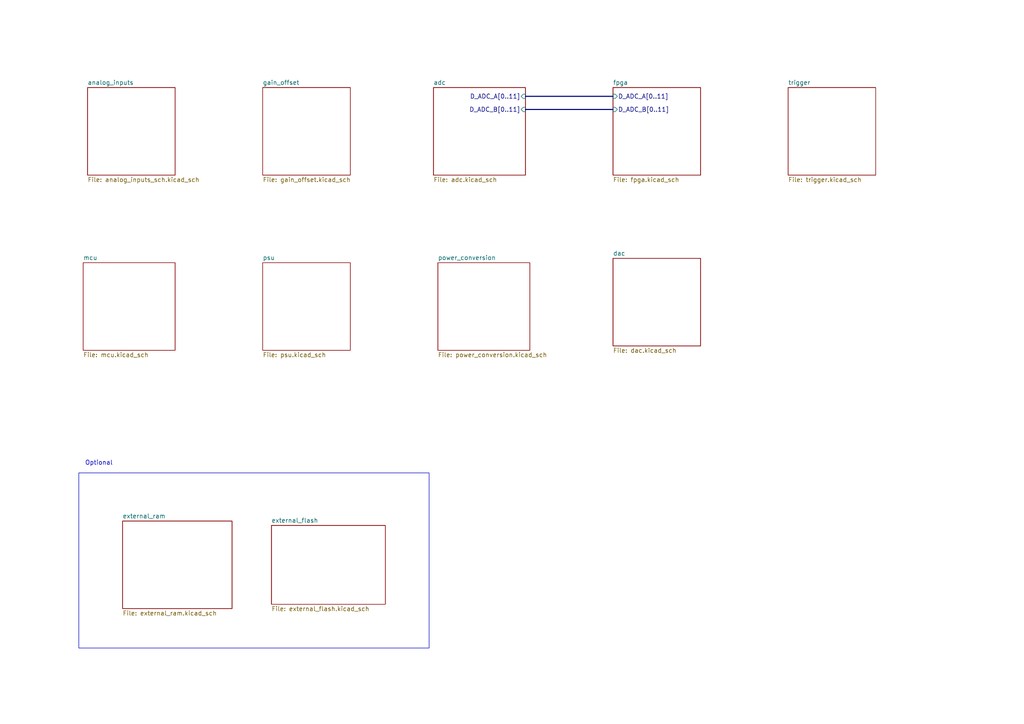
<source format=kicad_sch>
(kicad_sch
	(version 20250114)
	(generator "eeschema")
	(generator_version "9.0")
	(uuid "553deb7b-4100-40fe-99d2-0c7b4b56aad2")
	(paper "A4")
	(lib_symbols)
	(rectangle
		(start 22.86 137.16)
		(end 124.46 187.96)
		(stroke
			(width 0)
			(type default)
		)
		(fill
			(type none)
		)
		(uuid 4e9d6462-23a6-4fe8-91f5-99339759fbea)
	)
	(text "Optional"
		(exclude_from_sim no)
		(at 28.702 134.366 0)
		(effects
			(font
				(size 1.27 1.27)
			)
		)
		(uuid "44d6f294-71d6-4ef5-b53e-b5fb05e5808b")
	)
	(bus
		(pts
			(xy 152.4 31.75) (xy 177.8 31.75)
		)
		(stroke
			(width 0)
			(type default)
		)
		(uuid "37bf6603-9031-415f-8426-b7ca73805764")
	)
	(bus
		(pts
			(xy 152.4 27.94) (xy 177.8 27.94)
		)
		(stroke
			(width 0)
			(type default)
		)
		(uuid "b1a50d70-31a6-4847-b903-3c4449a093ac")
	)
	(sheet
		(at 78.74 152.4)
		(size 33.02 22.86)
		(exclude_from_sim no)
		(in_bom yes)
		(on_board yes)
		(dnp no)
		(fields_autoplaced yes)
		(stroke
			(width 0.1524)
			(type solid)
		)
		(fill
			(color 0 0 0 0.0000)
		)
		(uuid "14372e79-7be0-4c9e-8c3b-7036d1ae571c")
		(property "Sheetname" "external_flash"
			(at 78.74 151.6884 0)
			(effects
				(font
					(size 1.27 1.27)
				)
				(justify left bottom)
			)
		)
		(property "Sheetfile" "external_flash.kicad_sch"
			(at 78.74 175.8446 0)
			(effects
				(font
					(size 1.27 1.27)
				)
				(justify left top)
			)
		)
		(instances
			(project "DigitalOsciloscope"
				(path "/553deb7b-4100-40fe-99d2-0c7b4b56aad2"
					(page "7")
				)
			)
		)
	)
	(sheet
		(at 177.8 25.4)
		(size 25.4 25.4)
		(exclude_from_sim no)
		(in_bom yes)
		(on_board yes)
		(dnp no)
		(fields_autoplaced yes)
		(stroke
			(width 0.1524)
			(type solid)
		)
		(fill
			(color 0 0 0 0.0000)
		)
		(uuid "3a7288c4-cf21-495b-9b8e-7b87b52ff1d8")
		(property "Sheetname" "fpga"
			(at 177.8 24.6884 0)
			(effects
				(font
					(size 1.27 1.27)
				)
				(justify left bottom)
			)
		)
		(property "Sheetfile" "fpga.kicad_sch"
			(at 177.8 51.3846 0)
			(effects
				(font
					(size 1.27 1.27)
				)
				(justify left top)
			)
		)
		(pin "D_ADC_A[0..11]" input
			(at 177.8 27.94 180)
			(uuid "930f8a3f-7563-4783-88a2-b9df13f03230")
			(effects
				(font
					(size 1.27 1.27)
				)
				(justify left)
			)
		)
		(pin "D_ADC_B[0..11]" input
			(at 177.8 31.75 180)
			(uuid "aac4e3bf-1cf2-4f4a-b84e-8bbe70f7885d")
			(effects
				(font
					(size 1.27 1.27)
				)
				(justify left)
			)
		)
		(instances
			(project "DigitalOsciloscope"
				(path "/553deb7b-4100-40fe-99d2-0c7b4b56aad2"
					(page "9")
				)
			)
		)
	)
	(sheet
		(at 76.2 76.2)
		(size 25.4 25.4)
		(exclude_from_sim no)
		(in_bom yes)
		(on_board yes)
		(dnp no)
		(fields_autoplaced yes)
		(stroke
			(width 0.1524)
			(type solid)
		)
		(fill
			(color 0 0 0 0.0000)
		)
		(uuid "4a7a4e83-7308-4a9e-8083-bc047537525b")
		(property "Sheetname" "psu"
			(at 76.2 75.4884 0)
			(effects
				(font
					(size 1.27 1.27)
				)
				(justify left bottom)
			)
		)
		(property "Sheetfile" "psu.kicad_sch"
			(at 76.2 102.1846 0)
			(effects
				(font
					(size 1.27 1.27)
				)
				(justify left top)
			)
		)
		(instances
			(project "DigitalOsciloscope"
				(path "/553deb7b-4100-40fe-99d2-0c7b4b56aad2"
					(page "10")
				)
			)
		)
	)
	(sheet
		(at 24.13 76.2)
		(size 26.67 25.4)
		(exclude_from_sim no)
		(in_bom yes)
		(on_board yes)
		(dnp no)
		(fields_autoplaced yes)
		(stroke
			(width 0.1524)
			(type solid)
		)
		(fill
			(color 0 0 0 0.0000)
		)
		(uuid "621a6474-ab24-4092-baf1-9c2ce5cff138")
		(property "Sheetname" "mcu"
			(at 24.13 75.4884 0)
			(effects
				(font
					(size 1.27 1.27)
				)
				(justify left bottom)
			)
		)
		(property "Sheetfile" "mcu.kicad_sch"
			(at 24.13 102.1846 0)
			(effects
				(font
					(size 1.27 1.27)
				)
				(justify left top)
			)
		)
		(instances
			(project "DigitalOsciloscope"
				(path "/553deb7b-4100-40fe-99d2-0c7b4b56aad2"
					(page "8")
				)
			)
		)
	)
	(sheet
		(at 177.8 74.93)
		(size 25.4 25.4)
		(exclude_from_sim no)
		(in_bom yes)
		(on_board yes)
		(dnp no)
		(fields_autoplaced yes)
		(stroke
			(width 0.1524)
			(type solid)
		)
		(fill
			(color 0 0 0 0.0000)
		)
		(uuid "63f109b5-e3fc-444f-b815-14a9a2dd1ea3")
		(property "Sheetname" "dac"
			(at 177.8 74.2184 0)
			(effects
				(font
					(size 1.27 1.27)
				)
				(justify left bottom)
			)
		)
		(property "Sheetfile" "dac.kicad_sch"
			(at 177.8 100.9146 0)
			(effects
				(font
					(size 1.27 1.27)
				)
				(justify left top)
			)
		)
		(instances
			(project "DigitalOsciloscope"
				(path "/553deb7b-4100-40fe-99d2-0c7b4b56aad2"
					(page "12")
				)
			)
		)
	)
	(sheet
		(at 127 76.2)
		(size 26.67 25.4)
		(exclude_from_sim no)
		(in_bom yes)
		(on_board yes)
		(dnp no)
		(fields_autoplaced yes)
		(stroke
			(width 0.1524)
			(type solid)
		)
		(fill
			(color 0 0 0 0.0000)
		)
		(uuid "66517978-a105-4b23-aef3-4d07ec663cee")
		(property "Sheetname" "power_conversion"
			(at 127 75.4884 0)
			(effects
				(font
					(size 1.27 1.27)
				)
				(justify left bottom)
			)
		)
		(property "Sheetfile" "power_conversion.kicad_sch"
			(at 127 102.1846 0)
			(effects
				(font
					(size 1.27 1.27)
				)
				(justify left top)
			)
		)
		(instances
			(project "DigitalOsciloscope"
				(path "/553deb7b-4100-40fe-99d2-0c7b4b56aad2"
					(page "11")
				)
			)
		)
	)
	(sheet
		(at 125.73 25.4)
		(size 26.67 25.4)
		(exclude_from_sim no)
		(in_bom yes)
		(on_board yes)
		(dnp no)
		(fields_autoplaced yes)
		(stroke
			(width 0.1524)
			(type solid)
		)
		(fill
			(color 0 0 0 0.0000)
		)
		(uuid "800cc051-5da0-4b0f-90b7-cfba3f489ea8")
		(property "Sheetname" "adc"
			(at 125.73 24.6884 0)
			(effects
				(font
					(size 1.27 1.27)
				)
				(justify left bottom)
			)
		)
		(property "Sheetfile" "adc.kicad_sch"
			(at 125.73 51.3846 0)
			(effects
				(font
					(size 1.27 1.27)
				)
				(justify left top)
			)
		)
		(pin "D_ADC_A[0..11]" input
			(at 152.4 27.94 0)
			(uuid "e222d80f-59c8-4a0e-9b3d-2d2ee80662ea")
			(effects
				(font
					(size 1.27 1.27)
				)
				(justify right)
			)
		)
		(pin "D_ADC_B[0..11]" input
			(at 152.4 31.75 0)
			(uuid "0bf1498b-7fc6-4e67-9435-db318c13a6f0")
			(effects
				(font
					(size 1.27 1.27)
				)
				(justify right)
			)
		)
		(instances
			(project "DigitalOsciloscope"
				(path "/553deb7b-4100-40fe-99d2-0c7b4b56aad2"
					(page "4")
				)
			)
		)
	)
	(sheet
		(at 35.56 151.13)
		(size 31.75 25.4)
		(exclude_from_sim no)
		(in_bom yes)
		(on_board yes)
		(dnp no)
		(fields_autoplaced yes)
		(stroke
			(width 0.1524)
			(type solid)
		)
		(fill
			(color 0 0 0 0.0000)
		)
		(uuid "8359c73f-6619-4176-81f6-880a4a9377b3")
		(property "Sheetname" "external_ram"
			(at 35.56 150.4184 0)
			(effects
				(font
					(size 1.27 1.27)
				)
				(justify left bottom)
			)
		)
		(property "Sheetfile" "external_ram.kicad_sch"
			(at 35.56 177.1146 0)
			(effects
				(font
					(size 1.27 1.27)
				)
				(justify left top)
			)
		)
		(instances
			(project "DigitalOsciloscope"
				(path "/553deb7b-4100-40fe-99d2-0c7b4b56aad2"
					(page "6")
				)
			)
		)
	)
	(sheet
		(at 228.6 25.4)
		(size 25.4 25.4)
		(exclude_from_sim no)
		(in_bom yes)
		(on_board yes)
		(dnp no)
		(fields_autoplaced yes)
		(stroke
			(width 0.1524)
			(type solid)
		)
		(fill
			(color 0 0 0 0.0000)
		)
		(uuid "899793e6-750a-4772-94db-057d79dabc46")
		(property "Sheetname" "trigger"
			(at 228.6 24.6884 0)
			(effects
				(font
					(size 1.27 1.27)
				)
				(justify left bottom)
			)
		)
		(property "Sheetfile" "trigger.kicad_sch"
			(at 228.6 51.3846 0)
			(effects
				(font
					(size 1.27 1.27)
				)
				(justify left top)
			)
		)
		(instances
			(project "DigitalOsciloscope"
				(path "/553deb7b-4100-40fe-99d2-0c7b4b56aad2"
					(page "5")
				)
			)
		)
	)
	(sheet
		(at 76.2 25.4)
		(size 25.4 25.4)
		(exclude_from_sim no)
		(in_bom yes)
		(on_board yes)
		(dnp no)
		(fields_autoplaced yes)
		(stroke
			(width 0.1524)
			(type solid)
		)
		(fill
			(color 0 0 0 0.0000)
		)
		(uuid "8a4d3ccc-9040-4eb2-98b7-763cffb44d2b")
		(property "Sheetname" "gain_offset"
			(at 76.2 24.6884 0)
			(effects
				(font
					(size 1.27 1.27)
				)
				(justify left bottom)
			)
		)
		(property "Sheetfile" "gain_offset.kicad_sch"
			(at 76.2 51.3846 0)
			(effects
				(font
					(size 1.27 1.27)
				)
				(justify left top)
			)
		)
		(instances
			(project "DigitalOsciloscope"
				(path "/553deb7b-4100-40fe-99d2-0c7b4b56aad2"
					(page "3")
				)
			)
		)
	)
	(sheet
		(at 25.4 25.4)
		(size 25.4 25.4)
		(exclude_from_sim no)
		(in_bom yes)
		(on_board yes)
		(dnp no)
		(fields_autoplaced yes)
		(stroke
			(width 0.1524)
			(type solid)
		)
		(fill
			(color 0 0 0 0.0000)
		)
		(uuid "c6e88111-c18e-4095-b1d8-9b944099aec3")
		(property "Sheetname" "analog_inputs"
			(at 25.4 24.6884 0)
			(effects
				(font
					(size 1.27 1.27)
				)
				(justify left bottom)
			)
		)
		(property "Sheetfile" "analog_inputs_sch.kicad_sch"
			(at 25.4 51.3846 0)
			(effects
				(font
					(size 1.27 1.27)
				)
				(justify left top)
			)
		)
		(instances
			(project "DigitalOsciloscope"
				(path "/553deb7b-4100-40fe-99d2-0c7b4b56aad2"
					(page "2")
				)
			)
		)
	)
	(sheet_instances
		(path "/"
			(page "1")
		)
	)
	(embedded_fonts no)
)

</source>
